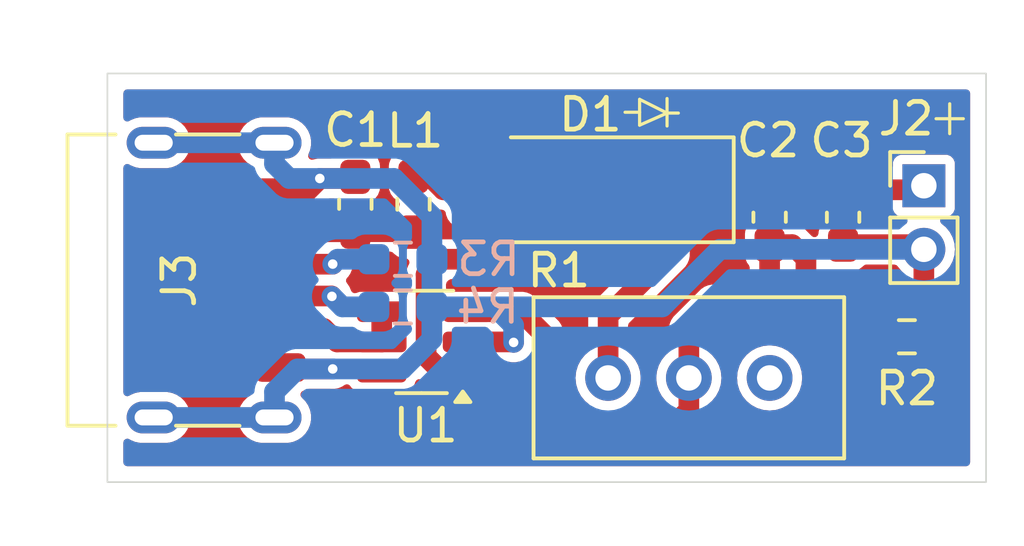
<source format=kicad_pcb>
(kicad_pcb (version 20240108) (generator "pcbnew") (generator_version "8.0")
  (layers (0 "F.Cu" signal) (31 "B.Cu" signal) (34 "B.Paste" user) (35 "F.Paste" user) (36 "B.SilkS" user "B.Silkscreen") (37 "F.SilkS" user "F.Silkscreen") (38 "B.Mask" user) (39 "F.Mask" user) (44 "Edge.Cuts" user))
  (net 0 "")
  (net 1 "Net-(U1-EN)")
  (net 2 "GND")
  (net 3 "Net-(D1-K)")
  (net 4 "Net-(U1-FB)")
  (net 5 "Net-(D1-A)")
  (net 6 "Net-(J3-CC1)")
  (net 7 "Net-(J3-CC2)")
  (footprint "Potentiometer_THT:Potentiometer_Bourns_3296W_Vertical" (layer "F.Cu") (at 126.3904 96.2406 180)
    (property "Reference" "R1" (at 1.5494 3.3782 0) (layer "F.SilkS"))
    (property "Value" "100k" (hide yes))
    (fp_line (start 2.345 -2.53) (end 2.345 2.54) (stroke (width 0.12)) (layer "F.SilkS"))
    (fp_line (start -7.425 2.54) (end 2.345 2.54) (stroke (width 0.12)) (layer "F.SilkS"))
    (fp_line (start -7.425 -2.53) (end 2.345 -2.53) (stroke (width 0.12)) (layer "F.SilkS"))
    (fp_line (start -7.425 -2.53) (end -7.425 2.54) (stroke (width 0.12)) (layer "F.SilkS"))
    (pad "1" thru_hole circle (at 0 0 180) (size 1.44 1.44) (drill 0.8) (layers "*.Cu" "*.Mask") (net 3 "Net-(D1-K)"))
    (pad "2" thru_hole circle (at -2.54 0 180) (size 1.44 1.44) (drill 0.8) (layers "*.Cu" "*.Mask") (net 4 "Net-(U1-FB)"))
    (pad "3" thru_hole circle (at -5.08 0 180) (size 1.44 1.44) (drill 0.8) (layers "*.Cu" "*.Mask"))
  )
  (footprint "Package_TO_SOT_SMD:SOT-23-6_Handsoldering" (layer "F.Cu") (at 120.6208 95.1078 180)
    (property "Reference" "U1" (at -0.0292 -2.6314 180) (layer "F.SilkS"))
    (property "Value" "MT3608" (hide yes))
    (fp_line (start 0.1 -1.61) (end 0.9 -1.61) (stroke (width 0.12)) (layer "F.SilkS"))
    (fp_line (start 0.1 -1.61) (end -0.7 -1.61) (stroke (width 0.12)) (layer "F.SilkS"))
    (fp_line (start -0.9 1.61) (end 0.9 1.61) (stroke (width 0.12)) (layer "F.SilkS"))
    (fp_poly (pts (xy -1.2 -1.56) (xy -1.44 -1.89) (xy -0.96 -1.89) (xy -1.2 -1.56)) (stroke (width 0.12)) (fill solid) (layer "F.SilkS"))
    (pad "1" smd roundrect (at -1.35 -0.95 180) (size 1.56 0.65) (layers "F.Cu" "F.Paste" "F.Mask") (net 5 "Net-(D1-A)"))
    (pad "2" smd roundrect (at -1.35 0 180) (size 1.56 0.65) (layers "F.Cu" "F.Paste" "F.Mask") (net 2 "GND"))
    (pad "3" smd roundrect (at -1.35 0.95 180) (size 1.56 0.65) (layers "F.Cu" "F.Paste" "F.Mask") (net 4 "Net-(U1-FB)"))
    (pad "4" smd roundrect (at 1.35 0.95 180) (size 1.56 0.65) (layers "F.Cu" "F.Paste" "F.Mask") (net 1 "Net-(U1-EN)"))
    (pad "5" smd roundrect (at 1.35 0 180) (size 1.56 0.65) (layers "F.Cu" "F.Paste" "F.Mask") (net 1 "Net-(U1-EN)"))
    (pad "6" smd roundrect (at 1.35 -0.95 180) (size 1.56 0.65) (layers "F.Cu" "F.Paste" "F.Mask"))
  )
  (footprint "Capacitor_SMD:C_0603_1608Metric_Pad1.08x0.95mm_HandSolder" (layer "F.Cu") (at 131.4704 91.1849 -90)
    (property "Reference" "C2" (at -2.413 0.0508 180) (layer "F.SilkS"))
    (property "Value" "22u" (hide yes))
    (fp_line (start -0.146267 0.51) (end 0.146267 0.51) (stroke (width 0.12)) (layer "F.SilkS"))
    (fp_line (start -0.146267 -0.51) (end 0.146267 -0.51) (stroke (width 0.12)) (layer "F.SilkS"))
    (pad "1" smd roundrect (at -0.8625 0 270) (size 1.075 0.95) (layers "F.Cu" "F.Paste" "F.Mask") (net 3 "Net-(D1-K)"))
    (pad "2" smd roundrect (at 0.8625 0 270) (size 1.075 0.95) (layers "F.Cu" "F.Paste" "F.Mask") (net 4 "Net-(U1-FB)"))
  )
  (footprint "Connector_USB:USB_C_Receptacle_HRO_TYPE-C-31-M-17" (layer "F.Cu") (at 112.898 93.1632 -90)
    (property "Reference" "J3" (at 0 0 90) (layer "F.SilkS"))
    (property "Value" "USB_C_Receptacle_PowerOnly_6P" (hide yes))
    (fp_line (start -4.58 3.51) (end 4.58 3.51) (stroke (width 0.12)) (layer "F.SilkS"))
    (fp_line (start -4.58 2) (end -4.58 3.51) (stroke (width 0.12)) (layer "F.SilkS"))
    (fp_line (start 4.58 2) (end 4.58 3.51) (stroke (width 0.12)) (layer "F.SilkS"))
    (fp_line (start -4.58 -1.9) (end -4.58 0.1) (stroke (width 0.12)) (layer "F.SilkS"))
    (fp_line (start 4.58 -1.9) (end 4.58 0.1) (stroke (width 0.12)) (layer "F.SilkS"))
    (pad "A5" smd roundrect (at -0.5 -3.18 270) (size 0.7 1.6) (layers "F.Cu" "F.Paste" "F.Mask") (net 6 "Net-(J3-CC1)"))
    (pad "A9" smd roundrect (at 1.52 -3.18 270) (size 0.8 1.6) (layers "F.Cu" "F.Paste" "F.Mask") (net 1 "Net-(U1-EN)"))
    (pad "A12" smd roundrect (at 2.75 -3.18 270) (size 0.9 1.6) (layers "F.Cu" "F.Paste" "F.Mask") (net 2 "GND"))
    (pad "B5" smd roundrect (at 0.5 -3.18 270) (size 0.7 1.6) (layers "F.Cu" "F.Paste" "F.Mask") (net 7 "Net-(J3-CC2)"))
    (pad "B9" smd roundrect (at -1.52 -3.18 270) (size 0.8 1.6) (layers "F.Cu" "F.Paste" "F.Mask") (net 1 "Net-(U1-EN)"))
    (pad "B12" smd roundrect (at -2.75 -3.18 270) (size 0.9 1.6) (layers "F.Cu" "F.Paste" "F.Mask") (net 2 "GND"))
    (pad "S1" thru_hole oval (at -4.32 -3 270) (size 1 1.7) (drill oval 0.5 1.2) (property pad_prop_heatsink) (layers "*.Cu" "*.Mask") (net 2 "GND"))
    (pad "S1" thru_hole oval (at -4.32 0.8 270) (size 1 1.7) (drill oval 0.5 1.2) (property pad_prop_heatsink) (layers "*.Cu" "*.Mask") (net 2 "GND"))
    (pad "S1" thru_hole oval (at 4.32 -3 270) (size 1 1.7) (drill oval 0.5 1.2) (property pad_prop_heatsink) (layers "*.Cu" "*.Mask") (net 2 "GND"))
    (pad "S1" thru_hole oval (at 4.32 0.8 270) (size 1 1.7) (drill oval 0.5 1.2) (property pad_prop_heatsink) (layers "*.Cu" "*.Mask") (net 2 "GND"))
  )
  (footprint "Connector_PinHeader_2.00mm:PinHeader_1x02_P2.00mm_Vertical" (layer "F.Cu") (at 136.3218 90.1954)
    (property "Reference" "J2" (at -0.5588 -2.1082 0) (layer "F.SilkS"))
    (property "Value" "Output" (hide yes))
    (fp_line (start -1.06 -1.06) (end 0 -1.06) (stroke (width 0.12)) (layer "F.SilkS"))
    (fp_line (start -1.06 0) (end -1.06 -1.06) (stroke (width 0.12)) (layer "F.SilkS"))
    (fp_line (start -1.06 1) (end -1.06 3.06) (stroke (width 0.12)) (layer "F.SilkS"))
    (fp_line (start -1.06 1) (end 1.06 1) (stroke (width 0.12)) (layer "F.SilkS"))
    (fp_line (start -1.06 3.06) (end 1.06 3.06) (stroke (width 0.12)) (layer "F.SilkS"))
    (fp_line (start 1.06 1) (end 1.06 3.06) (stroke (width 0.12)) (layer "F.SilkS"))
    (pad "1" thru_hole rect (at 0 0) (size 1.35 1.35) (drill 0.8) (layers "*.Cu" "*.Mask") (net 3 "Net-(D1-K)"))
    (pad "2" thru_hole oval (at 0 2) (size 1.35 1.35) (drill 0.8) (layers "*.Cu" "*.Mask") (net 2 "GND"))
  )
  (footprint "Capacitor_SMD:C_0603_1608Metric_Pad1.08x0.95mm_HandSolder" (layer "F.Cu") (at 133.7818 91.186 -90)
    (property "Reference" "C3" (at -2.413 0.0508 180) (layer "F.SilkS"))
    (property "Value" "22u" (hide yes))
    (fp_line (start -0.146267 0.51) (end 0.146267 0.51) (stroke (width 0.12)) (layer "F.SilkS"))
    (fp_line (start -0.146267 -0.51) (end 0.146267 -0.51) (stroke (width 0.12)) (layer "F.SilkS"))
    (pad "1" smd roundrect (at -0.8625 0 270) (size 1.075 0.95) (layers "F.Cu" "F.Paste" "F.Mask") (net 3 "Net-(D1-K)"))
    (pad "2" smd roundrect (at 0.8625 0 270) (size 1.075 0.95) (layers "F.Cu" "F.Paste" "F.Mask") (net 2 "GND"))
  )
  (footprint "Capacitor_SMD:C_0603_1608Metric_Pad1.08x0.95mm_HandSolder" (layer "F.Cu") (at 118.4402 90.7785 90)
    (property "Reference" "C1" (at 2.3357 0 180) (layer "F.SilkS"))
    (property "Value" "22u" (hide yes))
    (fp_line (start -0.146267 -0.51) (end 0.146267 -0.51) (stroke (width 0.12)) (layer "F.SilkS"))
    (fp_line (start -0.146267 0.51) (end 0.146267 0.51) (stroke (width 0.12)) (layer "F.SilkS"))
    (pad "1" smd roundrect (at -0.8625 0 90) (size 1.075 0.95) (layers "F.Cu" "F.Paste" "F.Mask") (net 1 "Net-(U1-EN)"))
    (pad "2" smd roundrect (at 0.8625 0 90) (size 1.075 0.95) (layers "F.Cu" "F.Paste" "F.Mask") (net 2 "GND"))
  )
  (footprint "Diode_SMD:D_SMA_Handsoldering" (layer "F.Cu") (at 125.8316 90.3224 180)
    (property "Reference" "D1" (at 0 2.3622 0) (layer "F.SilkS"))
    (property "Value" "ss34" (hide yes))
    (fp_line (start -4.51 1.65) (end 2.5 1.65) (stroke (width 0.12)) (layer "F.SilkS"))
    (fp_line (start -4.51 -1.65) (end 2.5 -1.65) (stroke (width 0.12)) (layer "F.SilkS"))
    (fp_line (start -4.51 -1.65) (end -4.51 1.65) (stroke (width 0.12)) (layer "F.SilkS"))
    (pad "1" smd roundrect (at -2.5 0 180) (size 3.5 1.8) (layers "F.Cu" "F.Paste" "F.Mask") (roundrect_rratio 0.1388888889) (net 3 "Net-(D1-K)"))
    (pad "2" smd roundrect (at 2.5 0 180) (size 3.5 1.8) (layers "F.Cu" "F.Paste" "F.Mask") (roundrect_rratio 0.1388888889) (net 5 "Net-(D1-A)"))
  )
  (footprint "Inductor_SMD:L_0603_1608Metric_Pad1.05x0.95mm_HandSolder" (layer "F.Cu") (at 120.269 90.7796 90)
    (property "Reference" "L1" (at 2.3114 0.0508 180) (layer "F.SilkS"))
    (property "Value" "22u" (hide yes))
    (fp_line (start -0.171267 -0.51) (end 0.171267 -0.51) (stroke (width 0.12)) (layer "F.SilkS"))
    (fp_line (start -0.171267 0.51) (end 0.171267 0.51) (stroke (width 0.12)) (layer "F.SilkS"))
    (pad "1" smd roundrect (at -0.875 0 90) (size 1.05 0.95) (layers "F.Cu" "F.Paste" "F.Mask") (net 1 "Net-(U1-EN)"))
    (pad "2" smd roundrect (at 0.875 0 90) (size 1.05 0.95) (layers "F.Cu" "F.Paste" "F.Mask") (net 5 "Net-(D1-A)"))
  )
  (footprint "Resistor_SMD:R_0603_1608Metric_Pad0.98x0.95mm_HandSolder" (layer "F.Cu") (at 135.7884 94.9452 180)
    (property "Reference" "R2" (at 0 -1.6256 180) (layer "F.SilkS"))
    (property "Value" "2.2k" (hide yes))
    (fp_line (start -0.254724 0.5225) (end 0.254724 0.5225) (stroke (width 0.12)) (layer "F.SilkS"))
    (fp_line (start -0.254724 -0.5225) (end 0.254724 -0.5225) (stroke (width 0.12)) (layer "F.SilkS"))
    (pad "1" smd roundrect (at -0.9125 0 180) (size 0.975 0.95) (layers "F.Cu" "F.Paste" "F.Mask") (net 2 "GND"))
    (pad "2" smd roundrect (at 0.9125 0 180) (size 0.975 0.95) (layers "F.Cu" "F.Paste" "F.Mask") (net 4 "Net-(U1-FB)"))
  )
  (footprint "Resistor_SMD:R_0603_1608Metric_Pad0.98x0.95mm_HandSolder" (layer "B.Cu") (at 119.935 94.0054)
    (property "Reference" "R4" (at 2.6708 0 0) (layer "B.SilkS") (effects (justify mirror)))
    (property "Value" "5.1k" (hide yes))
    (fp_line (start 0.254724 -0.5225) (end -0.254724 -0.5225) (stroke (width 0.12)) (layer "B.SilkS"))
    (fp_line (start 0.254724 0.5225) (end -0.254724 0.5225) (stroke (width 0.12)) (layer "B.SilkS"))
    (pad "1" smd roundrect (at -0.9125 0) (size 0.975 0.95) (layers "B.Cu" "B.Paste" "B.Mask") (net 7 "Net-(J3-CC2)"))
    (pad "2" smd roundrect (at 0.9125 0) (size 0.975 0.95) (layers "B.Cu" "B.Paste" "B.Mask") (net 2 "GND"))
  )
  (footprint "Resistor_SMD:R_0603_1608Metric_Pad0.98x0.95mm_HandSolder" (layer "B.Cu") (at 119.9369 92.5068)
    (property "Reference" "R3" (at 2.6943 0 0) (layer "B.SilkS") (effects (justify mirror)))
    (property "Value" "5.1k" (hide yes))
    (fp_line (start 0.254724 -0.5225) (end -0.254724 -0.5225) (stroke (width 0.12)) (layer "B.SilkS"))
    (fp_line (start 0.254724 0.5225) (end -0.254724 0.5225) (stroke (width 0.12)) (layer "B.SilkS"))
    (pad "1" smd roundrect (at -0.9125 0) (size 0.975 0.95) (layers "B.Cu" "B.Paste" "B.Mask") (net 6 "Net-(J3-CC1)"))
    (pad "2" smd roundrect (at 0.9125 0) (size 0.975 0.95) (layers "B.Cu" "B.Paste" "B.Mask") (net 2 "GND"))
  )
  (gr_line (start 127.381 88.2904) (end 128.2446 87.9094) (stroke (width 0.1)) (layer "F.SilkS"))
  (gr_line (start 127.381 87.4776) (end 127.381 88.2904) (stroke (width 0.1)) (layer "F.SilkS"))
  (gr_line (start 137.1346 87.6173) (end 137.1346 88.5571) (stroke (width 0.1)) (layer "F.SilkS"))
  (gr_line (start 136.705975 88.0872) (end 137.563225 88.0872) (stroke (width 0.1)) (layer "F.SilkS"))
  (gr_line (start 128.2446 87.4522) (end 128.2446 87.9094) (stroke (width 0.1)) (layer "F.SilkS"))
  (gr_line (start 128.2446 88.3158) (end 128.2446 87.9094) (stroke (width 0.1)) (layer "F.SilkS"))
  (gr_line (start 128.2446 87.9094) (end 127.381 87.4776) (stroke (width 0.1)) (layer "F.SilkS"))
  (gr_line (start 127.381 87.884) (end 126.9238 87.884) (stroke (width 0.1)) (layer "F.SilkS"))
  (gr_line (start 128.2446 87.9094) (end 128.6002 87.9094) (stroke (width 0.1)) (layer "F.SilkS"))
  (gr_rect (start 110.6424 86.6648) (end 138.2776 99.5172) (stroke (width 0.05)) (fill none) (layer "Edge.Cuts"))
  (segment (start 114.753 92.0284) (end 115.1382 91.6432) (width 0.65) (layer "F.Cu") (net 1))
  (segment (start 116.078 94.6832) (end 115.278 94.6832) (width 0.65) (layer "F.Cu") (net 1))
  (segment (start 117.4416 94.6832) (end 116.078 94.6832) (width 0.65) (layer "F.Cu") (net 1))
  (segment (start 114.753 94.1582) (end 114.753 92.0284) (width 0.65) (layer "F.Cu") (net 1))
  (segment (start 118.4402 91.641) (end 120.2554 91.641) (width 0.65) (layer "F.Cu") (net 1))
  (segment (start 118.438 91.6432) (end 118.4402 91.641) (width 0.65) (layer "F.Cu") (net 1))
  (segment (start 119.2708 95.1078) (end 117.8662 95.1078) (width 0.65) (layer "F.Cu") (net 1))
  (segment (start 119.2708 94.1578) (end 119.2708 95.1078) (width 0.65) (layer "F.Cu") (net 1))
  (segment (start 117.8662 95.1078) (end 117.4416 94.6832) (width 0.65) (layer "F.Cu") (net 1))
  (segment (start 115.278 94.6832) (end 114.753 94.1582) (width 0.65) (layer "F.Cu") (net 1))
  (segment (start 115.1382 91.6432) (end 116.078 91.6432) (width 0.65) (layer "F.Cu") (net 1))
  (segment (start 116.078 91.6432) (end 118.438 91.6432) (width 0.65) (layer "F.Cu") (net 1))
  (segment (start 120.2554 91.641) (end 120.269 91.6546) (width 0.65) (layer "F.Cu") (net 1))
  (segment (start 136.1749 92.0485) (end 136.3218 92.1954) (width 0.65) (layer "F.Cu") (net 2))
  (segment (start 113.902999 91.676319) (end 115.166118 90.4132) (width 0.65) (layer "F.Cu") (net 2))
  (segment (start 116.078 95.9132) (end 115.278 95.9132) (width 0.65) (layer "F.Cu") (net 2))
  (segment (start 116.8762 90.4132) (end 117.3226 89.9668) (width 0.65) (layer "F.Cu") (net 2))
  (segment (start 133.7818 92.0485) (end 136.1749 92.0485) (width 0.65) (layer "F.Cu") (net 2))
  (segment (start 115.166118 90.4132) (end 116.078 90.4132) (width 0.65) (layer "F.Cu") (net 2))
  (segment (start 121.9708 95.1078) (end 123.4034 95.1078) (width 0.65) (layer "F.Cu") (net 2))
  (segment (start 113.902999 94.538199) (end 113.902999 91.676319) (width 0.65) (layer "F.Cu") (net 2))
  (segment (start 115.278 95.9132) (end 113.902999 94.538199) (width 0.65) (layer "F.Cu") (net 2))
  (segment (start 117.3226 89.9668) (end 118.3894 89.9668) (width 0.65) (layer "F.Cu") (net 2))
  (segment (start 136.7009 94.9452) (end 136.7009 93.9527) (width 0.65) (layer "F.Cu") (net 2))
  (segment (start 136.3218 93.5736) (end 136.3218 92.1954) (width 0.65) (layer "F.Cu") (net 2))
  (segment (start 136.7009 93.9527) (end 136.3218 93.5736) (width 0.65) (layer "F.Cu") (net 2))
  (segment (start 123.4034 95.1078) (end 123.4186 95.123) (width 0.65) (layer "F.Cu") (net 2))
  (segment (start 118.3894 89.9668) (end 118.4402 89.916) (width 0.65) (layer "F.Cu") (net 2))
  (segment (start 116.122601 95.957801) (end 117.729 95.957801) (width 0.65) (layer "F.Cu") (net 2))
  (segment (start 116.078 90.4132) (end 116.8762 90.4132) (width 0.65) (layer "F.Cu") (net 2))
  (segment (start 116.078 95.9132) (end 116.122601 95.957801) (width 0.65) (layer "F.Cu") (net 2))
  (via (at 123.4186 95.123) (size 0.6) (drill 0.3) (layers "F.Cu" "B.Cu") (net 2))
  (via (at 117.729 95.957801) (size 0.6) (drill 0.3) (layers "F.Cu" "B.Cu") (net 2))
  (via (at 117.3226 89.9668) (size 0.6) (drill 0.3) (layers "F.Cu" "B.Cu") (net 2))
  (segment (start 115.898 88.8432) (end 115.898 89.5074) (width 0.65) (layer "B.Cu") (net 2))
  (segment (start 122.8344 94.0054) (end 128.0922 94.0054) (width 0.65) (layer "B.Cu") (net 2))
  (segment (start 117.729 95.957801) (end 119.916799 95.957801) (width 0.65) (layer "B.Cu") (net 2))
  (segment (start 112.098 88.8432) (end 115.898 88.8432) (width 0.65) (layer "B.Cu") (net 2))
  (segment (start 117.729 95.957801) (end 117.732399 95.9612) (width 0.65) (layer "B.Cu") (net 2))
  (segment (start 120.8494 92.5068) (end 120.8494 94.0035) (width 0.65) (layer "B.Cu") (net 2))
  (segment (start 112.098 97.4832) (end 115.898 97.4832) (width 0.65) (layer "B.Cu") (net 2))
  (segment (start 120.8494 91.1568) (end 120.8494 92.5068) (width 0.65) (layer "B.Cu") (net 2))
  (segment (start 115.898 97.4832) (end 115.898 96.6746) (width 0.65) (layer "B.Cu") (net 2))
  (segment (start 129.9022 92.1954) (end 136.3218 92.1954) (width 0.65) (layer "B.Cu") (net 2))
  (segment (start 123.4186 94.5896) (end 123.4186 95.123) (width 0.65) (layer "B.Cu") (net 2))
  (segment (start 122.8344 94.0054) (end 123.4186 94.5896) (width 0.65) (layer "B.Cu") (net 2))
  (segment (start 115.898 96.6746) (end 116.614799 95.957801) (width 0.65) (layer "B.Cu") (net 2))
  (segment (start 128.0922 94.0054) (end 129.9022 92.1954) (width 0.65) (layer "B.Cu") (net 2))
  (segment (start 120.8475 94.0054) (end 122.8344 94.0054) (width 0.65) (layer "B.Cu") (net 2))
  (segment (start 116.3574 89.9668) (end 117.3226 89.9668) (width 0.65) (layer "B.Cu") (net 2))
  (segment (start 116.614799 95.957801) (end 117.729 95.957801) (width 0.65) (layer "B.Cu") (net 2))
  (segment (start 120.8475 95.0271) (end 120.8475 94.0054) (width 0.65) (layer "B.Cu") (net 2))
  (segment (start 115.898 89.5074) (end 116.3574 89.9668) (width 0.65) (layer "B.Cu") (net 2))
  (segment (start 119.916799 95.957801) (end 120.8475 95.0271) (width 0.65) (layer "B.Cu") (net 2))
  (segment (start 119.6594 89.9668) (end 120.8494 91.1568) (width 0.65) (layer "B.Cu") (net 2))
  (segment (start 117.3226 89.9668) (end 119.6594 89.9668) (width 0.65) (layer "B.Cu") (net 2))
  (segment (start 120.8494 94.0035) (end 120.8475 94.0054) (width 0.65) (layer "B.Cu") (net 2))
  (segment (start 126.3904 94.2848) (end 128.3316 92.3436) (width 0.65) (layer "F.Cu") (net 3))
  (segment (start 131.4704 90.3224) (end 132.7912 90.3224) (width 0.65) (layer "F.Cu") (net 3))
  (segment (start 128.3316 92.3436) (end 128.3316 90.3224) (width 0.65) (layer "F.Cu") (net 3))
  (segment (start 136.1937 90.3235) (end 136.3218 90.1954) (width 0.65) (layer "F.Cu") (net 3))
  (segment (start 131.4704 90.3224) (end 128.3316 90.3224) (width 0.65) (layer "F.Cu") (net 3))
  (segment (start 126.3904 96.2406) (end 126.3904 94.2848) (width 0.65) (layer "F.Cu") (net 3))
  (segment (start 132.7923 90.3235) (end 133.7818 90.3235) (width 0.65) (layer "F.Cu") (net 3))
  (segment (start 133.7818 90.3235) (end 136.1937 90.3235) (width 0.65) (layer "F.Cu") (net 3))
  (segment (start 132.7912 90.3224) (end 132.7923 90.3235) (width 0.65) (layer "F.Cu") (net 3))
  (segment (start 129.7178 93.9292) (end 130.9624 93.9292) (width 0.65) (layer "F.Cu") (net 4))
  (segment (start 128.9304 97.2566) (end 128.9304 96.2406) (width 0.65) (layer "F.Cu") (net 4))
  (segment (start 132.1794 92.0474) (end 132.6134 92.4814) (width 0.65) (layer "F.Cu") (net 4))
  (segment (start 124.3584 94.860718) (end 124.3584 96.9772) (width 0.65) (layer "F.Cu") (net 4))
  (segment (start 131.4704 93.4212) (end 131.4704 92.0474) (width 0.65) (layer "F.Cu") (net 4))
  (segment (start 128.9304 96.2406) (end 128.9304 94.7166) (width 0.65) (layer "F.Cu") (net 4))
  (segment (start 128.2954 97.8916) (end 128.9304 97.2566) (width 0.65) (layer "F.Cu") (net 4))
  (segment (start 132.6134 92.4814) (end 132.6134 94.0562) (width 0.65) (layer "F.Cu") (net 4))
  (segment (start 128.9304 94.7166) (end 129.7178 93.9292) (width 0.65) (layer "F.Cu") (net 4))
  (segment (start 132.6134 94.0562) (end 133.5024 94.9452) (width 0.65) (layer "F.Cu") (net 4))
  (segment (start 124.3584 96.9772) (end 125.2728 97.8916) (width 0.65) (layer "F.Cu") (net 4))
  (segment (start 131.4704 92.0474) (end 132.1794 92.0474) (width 0.65) (layer "F.Cu") (net 4))
  (segment (start 125.2728 97.8916) (end 128.2954 97.8916) (width 0.65) (layer "F.Cu") (net 4))
  (segment (start 123.655482 94.1578) (end 124.3584 94.860718) (width 0.65) (layer "F.Cu") (net 4))
  (segment (start 133.5024 94.9452) (end 134.8759 94.9452) (width 0.65) (layer "F.Cu") (net 4))
  (segment (start 121.9708 94.1578) (end 123.655482 94.1578) (width 0.65) (layer "F.Cu") (net 4))
  (segment (start 130.9624 93.9292) (end 131.4704 93.4212) (width 0.65) (layer "F.Cu") (net 4))
  (segment (start 123.3316 91.5524) (end 123.3316 90.3224) (width 0.65) (layer "F.Cu") (net 5))
  (segment (start 121.1472 92.5068) (end 122.3772 92.5068) (width 0.65) (layer "F.Cu") (net 5))
  (segment (start 121.2088 90.3224) (end 123.3316 90.3224) (width 0.65) (layer "F.Cu") (net 5))
  (segment (start 120.6658 92.9882) (end 121.1472 92.5068) (width 0.65) (layer "F.Cu") (net 5))
  (segment (start 121.9708 96.0578) (end 121.164026 96.0578) (width 0.65) (layer "F.Cu") (net 5))
  (segment (start 120.269 89.9046) (end 120.791 89.9046) (width 0.65) (layer "F.Cu") (net 5))
  (segment (start 120.6658 95.559574) (end 120.6658 92.9882) (width 0.65) (layer "F.Cu") (net 5))
  (segment (start 121.164026 96.0578) (end 120.6658 95.559574) (width 0.65) (layer "F.Cu") (net 5))
  (segment (start 120.791 89.9046) (end 121.2088 90.3224) (width 0.65) (layer "F.Cu") (net 5))
  (segment (start 122.3772 92.5068) (end 123.3316 91.5524) (width 0.65) (layer "F.Cu") (net 5))
  (segment (start 116.078 92.6632) (end 117.725 92.6632) (width 0.65) (layer "F.Cu") (net 6))
  (segment (start 117.725 92.6632) (end 117.729 92.6592) (width 0.65) (layer "F.Cu") (net 6))
  (via (at 117.729 92.6592) (size 0.6) (drill 0.3) (layers "F.Cu" "B.Cu") (net 6))
  (segment (start 117.8814 92.5068) (end 117.729 92.6592) (width 0.65) (layer "B.Cu") (net 6))
  (segment (start 119.0244 92.5068) (end 117.8814 92.5068) (width 0.65) (layer "B.Cu") (net 6))
  (segment (start 117.6916 93.6632) (end 117.7036 93.6752) (width 0.65) (layer "F.Cu") (net 7))
  (segment (start 116.078 93.6632) (end 117.6916 93.6632) (width 0.65) (layer "F.Cu") (net 7))
  (via (at 117.7036 93.6752) (size 0.6) (drill 0.3) (layers "F.Cu" "B.Cu") (net 7))
  (segment (start 119.0225 94.0054) (end 118.0338 94.0054) (width 0.65) (layer "B.Cu") (net 7))
  (segment (start 118.0338 94.0054) (end 117.7036 93.6752) (width 0.65) (layer "B.Cu") (net 7))
  (zone (net 0) (net_name "") (layer "F.Cu") (connect_pads yes (clearance 0.3)) (min_thickness 0.25) (fill yes (thermal_gap 0.5) (thermal_bridge_width 0.5) (island_removal_mode 1) (island_area_min 10))
    (polygon (pts (xy 107.592987 84.739841) (xy 139.446 84.3534) (xy 139.4714 100.6094) (xy 107.2642 101.5238)))
  )
  (zone (net 0) (net_name "") (layer "B.Cu") (connect_pads yes (clearance 0.3)) (min_thickness 0.25) (fill yes (thermal_gap 0.5) (thermal_bridge_width 0.5) (island_removal_mode 1) (island_area_min 10))
    (polygon (pts (xy 108.077 85.4202) (xy 138.753128 85.168725) (xy 138.811 100.1522) (xy 108.3818 100.4316)))
  )
)
</source>
